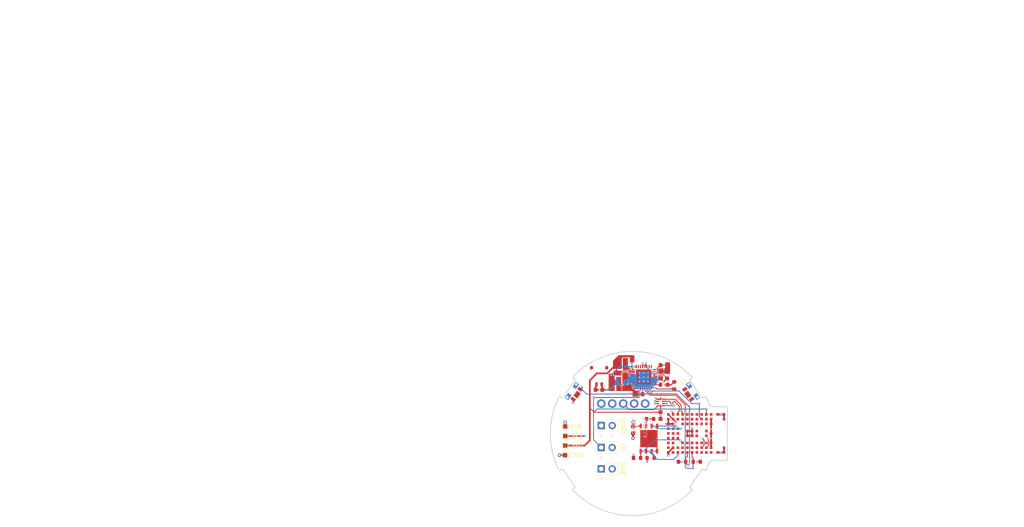
<source format=kicad_pcb>
(kicad_pcb (version 20221018) (generator pcbnew)
  (title_block (title "ZSWatch v2") (date "2023-08-19") (rev "3") (company "github.com/jakkra/ZSWatch-HW"))
  (layers (0 "F.Cu" signal) (1 "In1.Cu" power "Layer2") (2 "In2.Cu" power "Layer3") (31 "B.Cu" signal) (34 "B.Paste" user) (35 "F.Paste" user) (36 "B.SilkS" user "B.Silkscreen") (37 "F.SilkS" user "F.Silkscreen") (38 "B.Mask" user) (39 "F.Mask" user) (44 "Edge.Cuts" user))
  (net 0 "")
  (net 1 "VBUS")
  (net 2 "GND")
  (net 3 "+1V8")
  (net 4 "FLASH_CS")
  (net 5 "FLASH_SO")
  (net 6 "FLASH_SI")
  (net 7 "+3V0")
  (net 8 "Net-(IC1-VBAT)")
  (net 9 "FLASH_CLK")
  (net 11 "Net-(IC1-VBUSOUT)")
  (net 12 "Net-(IC1-SW1)")
  (net 13 "Net-(IC1-SW2)")
  (net 34 "VSYS")
  (net 43 "MCU_D_P")
  (net 47 "MCU_D_N")
  (net 59 "MCU_SWDIO")
  (net 61 "MCU_SWDCLK")
  (net 67 "SDA")
  (net 68 "SCL")
  (net 70 "Net-(IC1-VSET2)")
  (net 71 "Net-(IC1-VSET1)")
  (net 77 "Net-(IC1-LSOUT1{slash}VOUTLDO1)")
  (net 79 "SEL_SWD")
  (net 80 "D+{slash}SWDCLK")
  (net 81 "D-{slash}SWDIO")
  (net 84 "Net-(IC3-~{WP(I}{slash}O2))")
  (net 85 "Net-(IC3-~{HOLD(I}{slash}O3))")
  (net 86 "Net-(X3-Pin_1)")
  (net 87 "BTN")
  (net 88 "INT")
  (footprint "Molex:78171-0002" (layer "F.Cu") (at 151.65 99.4 180)
    (fp_text reference "X3" hide)
    (fp_text value "VBAT" hide)
  )
  (footprint "Resistor_SMD:R_0603_1608Metric" (layer "F.Cu") (at 163.449 109.347 180)
    (fp_text reference "R7" hide)
    (fp_text value "100k" hide)
  )
  (footprint "TestPoint:TestPoint_Pad_1.0x1.0mm" (layer "F.Cu") (at 143.8 115.5)
    (fp_text reference "TP2" hide)
    (fp_text value "3V0")
  )
  (footprint "Capacitor_SMD:C_0603_1608Metric" (layer "F.Cu") (at 158.496 95.758 180)
    (fp_text reference "C8" hide)
    (fp_text value "10u" hide)
  )
  (footprint "Capacitor_SMD:C_0603_1608Metric" (layer "F.Cu") (at 157.665 98.298 90)
    (fp_text reference "C5" hide)
    (fp_text value "10u" hide)
  )
  (footprint "Capacitor_SMD:C_0603_1608Metric" (layer "F.Cu") (at 159.512 111.887 -90)
    (fp_text reference "C11" hide)
    (fp_text value "100n" hide)
  )
  (footprint "Resistor_SMD:R_0603_1608Metric" (layer "F.Cu") (at 160.441 118.364)
    (fp_text reference "R6" hide)
    (fp_text value "100k" hide)
  )
  (footprint "Package_DFN_QFN:QFN-32-1EP_5x5mm_P0.5mm_EP3.6x3.6mm_ThermalVias" (layer "F.Cu") (at 161.978 99.684)
    (fp_text reference "IC1" hide)
    (fp_text value "nPM1300-QEXX" hide)
  )
  (footprint "Capacitor_SMD:C_0603_1608Metric" (layer "F.Cu") (at 160.953 103.632 180)
    (fp_text reference "C3" hide)
    (fp_text value "100n" hide)
  )
  (footprint "E-Switch:TL6340AF160Q_Modified" (layer "F.Cu") (at 145.37817 102.882285 -125)
    (fp_text reference "S1" hide)
    (fp_text value "TL6340AF160Q" hide)
  )
  (footprint "Capacitor_SMD:C_0603_1608Metric" (layer "F.Cu") (at 151.6 102.6 180)
    (fp_text reference "C1" hide)
    (fp_text value "2u2" hide)
  )
  (footprint "Capacitor_SMD:C_0603_1608Metric" (layer "F.Cu") (at 165.862 108.572 -90)
    (fp_text reference "C4" hide)
    (fp_text value "100n" hide)
  )
  (footprint "Inductor_SMD_Kampi:L_0806_2016" (layer "F.Cu") (at 155.379 100.565)
    (fp_text reference "L1" hide)
    (fp_text value "2u2" hide)
  )
  (footprint "Inductor_SMD_Kampi:L_0806_2016" (layer "F.Cu") (at 155.956 97.917 -90)
    (fp_text reference "L2" hide)
    (fp_text value "2u2" hide)
  )
  (footprint "TestPoint:TestPoint_Pad_1.0x1.0mm" (layer "F.Cu") (at 143.8 113.3)
    (fp_text reference "TP1" hide)
    (fp_text value "3V3")
  )
  (footprint "Capacitor_SMD:C_0603_1608Metric" (layer "F.Cu") (at 157.665 101.327 -90)
    (fp_text reference "C7" hide)
    (fp_text value "10u" hide)
  )
  (footprint "Connector_PinHeader_2.54mm:PinHeader_1x02_P2.54mm_Vertical" (layer "F.Cu") (at 152.146 115.951 90)
    (fp_text reference "X2" hide)
    (fp_text value "INT")
  )
  (footprint "Resistor_SMD:R_0603_1608Metric" (layer "F.Cu") (at 163.576 118.364 180)
    (fp_text reference "R5" hide)
    (fp_text value "100k" hide)
  )
  (footprint "E-Switch:TL6340AF160Q_Modified" (layer "F.Cu") (at 173.355 102.87 125)
    (fp_text reference "S2")
    (fp_text value "TL6340AF160Q" hide)
  )
  (footprint "TestPoint:TestPoint_Pad_1.0x1.0mm" (layer "F.Cu") (at 143.8 111.1)
    (fp_text reference "TP3" hide)
    (fp_text value "1V8")
  )
  (footprint "TestPoint:TestPoint_Pad_1.0x1.0mm" (layer "F.Cu") (at 143.764 117.729)
    (fp_text reference "TP4" hide)
    (fp_text value "GND")
  )
  (footprint "Package_DFN_QFN:DFN-8-1EP_6x5mm_P1.27mm_EP4x4mm" (layer "F.Cu") (at 163.171 113.898 90)
    (fp_text reference "IC3" hide)
    (fp_text value "AT25SL128A" hide)
  )
  (footprint "Capacitor_SMD:C_0603_1608Metric" (layer "F.Cu") (at 167.386 99.187 90)
    (fp_text reference "C2" hide)
    (fp_text value "1u" hide)
  )
  (footprint "Resistor_SMD:R_0603_1608Metric" (layer "F.Cu") (at 169.037 101.6 -90)
    (fp_text reference "R4" hide)
    (fp_text value "47k" hide)
  )
  (footprint "Connector_PinHeader_2.54mm:PinHeader_1x02_P2.54mm_Vertical" (layer "F.Cu") (at 152.146 120.904 90)
    (fp_text reference "X5" hide)
    (fp_text value "3V3")
  )
  (footprint "Capacitor_SMD:C_0603_1608Metric" (layer "F.Cu") (at 165.862 99.187 90)
    (fp_text reference "C9" hide)
    (fp_text value "10u" hide)
  )
  (footprint "Connector_PinHeader_2.54mm:PinHeader_1x02_P2.54mm_Vertical" (layer "F.Cu") (at 152.146 110.871 90)
    (fp_text reference "X4" hide)
    (fp_text value "VBUS")
  )
  (footprint "Resistor_SMD:R_0603_1608Metric" (layer "F.Cu") (at 166.682 101.434 180)
    (fp_text reference "R3" hide)
    (fp_text value "150k" hide)
  )
  (footprint "Resistor_SMD:R_0603_1608Metric" (layer "F.Cu") (at 170.815 119.253 180)
    (fp_text reference "R1" hide)
    (fp_text value "1k8" hide)
  )
  (footprint "Capacitor_SMD:C_0603_1608Metric" (layer "F.Cu") (at 155.379 102.343)
    (fp_text reference "C6" hide)
    (fp_text value "10u" hide)
  )
  (footprint "Resistor_SMD:R_0603_1608Metric" (layer "F.Cu") (at 174.244 119.253)
    (fp_text reference "R2" hide)
    (fp_text value "1k8" hide)
  )
  (footprint "uBlox:NORA-B106" (layer "F.Cu") (at 174.568598 112.797802)
    (fp_text reference "M1" hide)
    (fp_text value "NORA-B106" hide)
  )
  (footprint "Capacitor_SMD:C_0603_1608Metric" (layer "F.Cu") (at 166.624 96.901)
    (fp_text reference "C10" hide)
    (fp_text value "1u" hide)
  )
  (footprint "Package_QFN:UQFN-10_1.55x2.05mm_P0.5mm" (layer "F.Cu") (at 165.862 105.524 180)
    (fp_text reference "IC2" hide)
    (fp_text value "TS3USB221A" hide)
  )
  (footprint "Pomagtor:RD90_LZH0230529-004_DJ-5PIN_PH2_54" (layer "B.Cu") (at 157.226 105.791 180)
    (fp_text reference "X1" hide)
    (fp_text value "DOCK" hide)
  )
  (footprint "Resistor_SMD:R_0805_2012Metric_Pad1.20x1.40mm_HandSolder" (layer "B.Cu") (at 156.8196 100.8888 180)
    (fp_text reference "R8" hide)
    (fp_text value "0R" hide)
  )
  (gr_line (start 145.741026 99.974814) (end 145.645419 99.90787) (stroke (width 0.2)) (layer "Edge.Cuts"))
  (gr_arc (start 176.095865 104.208412) (mid 176.26006 104.178436) (end 176.389789 104.283447) (stroke (width 0.2)) (layer "Edge.Cuts"))
  (gr_line (start 172.71802 100.530772) (end 175.385158 104.339824) (stroke (width 0.2)) (layer "Edge.Cuts"))
  (gr_line (start 175.802976 104.413496) (end 176.000259 104.275357) (stroke (width 0.2)) (layer "Edge.Cuts"))
  (gr_arc (start 142.340211 104.283447) (mid 142.469948 104.178457) (end 142.634135 104.208412) (stroke (width 0.2)) (layer "Edge.Cuts"))
  (gr_line (start 145.741026 125.463186) (end 145.938308 125.325047) (stroke (width 0.2)) (layer "Edge.Cuts"))
  (gr_line (start 142.729741 104.275357) (end 142.927024 104.413496) (stroke (width 0.2)) (layer "Edge.Cuts"))
  (gr_arc (start 172.791692 125.325047) (mid 172.668336 125.131394) (end 172.71802 124.907228) (stroke (width 0.2)) (layer "Edge.Cuts"))
  (gr_line (start 145.645419 125.53013) (end 145.741026 125.463186) (stroke (width 0.2)) (layer "Edge.Cuts"))
  (gr_arc (start 142.634135 121.229588) (mid 142.469948 121.259543) (end 142.340211 121.154553) (stroke (width 0.2)) (layer "Edge.Cuts"))
  (gr_line (start 172.791692 125.325047) (end 172.988974 125.463186) (stroke (width 0.2)) (layer "Edge.Cuts"))
  (gr_arc (start 173.114597 125.831992) (mid 159.365 131.719052) (end 145.615403 125.831992) (stroke (width 0.2)) (layer "Edge.Cuts"))
  (gr_arc (start 173.084581 125.53013) (mid 173.168928 125.674181) (end 173.114597 125.831992) (stroke (width 0.2)) (layer "Edge.Cuts"))
  (gr_arc (start 173.114597 99.606008) (mid 173.168864 99.763812) (end 173.084581 99.90787) (stroke (width 0.2)) (layer "Edge.Cuts"))
  (gr_arc (start 177.091149 119.559001) (mid 176.758774 120.364823) (end 176.389789 121.154553) (stroke (width 0.2)) (layer "Edge.Cuts"))
  (gr_arc (start 145.615403 99.606008) (mid 159.365 93.718948) (end 173.114597 99.606008) (stroke (width 0.2)) (layer "Edge.Cuts"))
  (gr_line (start 175.385158 121.098176) (end 172.71802 124.907228) (stroke (width 0.2)) (layer "Edge.Cuts"))
  (gr_line (start 172.988974 99.974814) (end 172.791692 100.112953) (stroke (width 0.2)) (layer "Edge.Cuts"))
  (gr_line (start 178.024102 106.519) (end 181.025011 106.519) (stroke (width 0.2)) (layer "Edge.Cuts"))
  (gr_arc (start 145.938308 100.112953) (mid 146.061677 100.306605) (end 146.01198 100.530772) (stroke (width 0.2)) (layer "Edge.Cuts"))
  (gr_arc (start 143.344842 104.339824) (mid 143.151191 104.463193) (end 142.927024 104.413496) (stroke (width 0.2)) (layer "Edge.Cuts"))
  (gr_arc (start 145.615403 125.831992) (mid 145.561116 125.67417) (end 145.645419 125.53013) (stroke (width 0.2)) (layer "Edge.Cuts"))
  (gr_line (start 146.01198 124.907228) (end 143.344842 121.098176) (stroke (width 0.2)) (layer "Edge.Cuts"))
  (gr_line (start 176.000259 121.162643) (end 175.802976 121.024504) (stroke (width 0.2)) (layer "Edge.Cuts"))
  (gr_arc (start 178.024102 106.519) (mid 177.458415 106.343622) (end 177.091149 105.878999) (stroke (width 0.2)) (layer "Edge.Cuts"))
  (gr_arc (start 142.340211 121.154553) (mid 140.364948 112.719) (end 142.340211 104.283447) (stroke (width 0.2)) (layer "Edge.Cuts"))
  (gr_arc (start 176.389789 121.154553) (mid 176.260057 121.259552) (end 176.095865 121.229588) (stroke (width 0.2)) (layer "Edge.Cuts"))
  (gr_arc (start 142.927024 121.024504) (mid 143.151191 120.974807) (end 143.344842 121.098176) (stroke (width 0.2)) (layer "Edge.Cuts"))
  (gr_line (start 143.344842 104.339824) (end 146.01198 100.530772) (stroke (width 0.2)) (layer "Edge.Cuts"))
  (gr_arc (start 146.01198 124.907228) (mid 146.061677 125.131395) (end 145.938308 125.325047) (stroke (width 0.2)) (layer "Edge.Cuts"))
  (gr_arc (start 181.325011 118.619) (mid 181.237144 118.831136) (end 181.025011 118.919) (stroke (width 0.2)) (layer "Edge.Cuts"))
  (gr_line (start 176.095865 121.229588) (end 176.000259 121.162643) (stroke (width 0.2)) (layer "Edge.Cuts"))
  (gr_line (start 142.729741 121.162643) (end 142.634135 121.229588) (stroke (width 0.2)) (layer "Edge.Cuts"))
  (gr_arc (start 175.802976 104.413496) (mid 175.578809 104.463203) (end 175.385158 104.339824) (stroke (width 0.2)) (layer "Edge.Cuts"))
  (gr_line (start 181.325011 106.819) (end 181.325011 118.619) (stroke (width 0.2)) (layer "Edge.Cuts"))
  (gr_line (start 142.927024 121.024504) (end 142.729741 121.162643) (stroke (width 0.2)) (layer "Edge.Cuts"))
  (gr_arc (start 176.389789 104.283447) (mid 176.758774 105.073177) (end 177.091149 105.878999) (stroke (width 0.2)) (layer "Edge.Cuts"))
  (gr_line (start 176.000259 104.275357) (end 176.095865 104.208412) (stroke (width 0.2)) (layer "Edge.Cuts"))
  (gr_line (start 181.025011 118.919) (end 178.024102 118.919) (stroke (width 0.2)) (layer "Edge.Cuts"))
  (gr_arc (start 177.091149 119.559001) (mid 177.458416 119.09438) (end 178.024102 118.919) (stroke (width 0.2)) (layer "Edge.Cuts"))
  (gr_line (start 173.084581 99.90787) (end 172.988974 99.974814) (stroke (width 0.2)) (layer "Edge.Cuts"))
  (gr_arc (start 181.025011 106.519) (mid 181.237136 106.606872) (end 181.325011 106.819) (stroke (width 0.2)) (layer "Edge.Cuts"))
  (gr_arc (start 145.645419 99.90787) (mid 145.561116 99.763829) (end 145.615403 99.606008) (stroke (width 0.2)) (layer "Edge.Cuts"))
  (gr_arc (start 175.385158 121.098176) (mid 175.578807 120.974789) (end 175.802976 121.024504) (stroke (width 0.2)) (layer "Edge.Cuts"))
  (gr_line (start 145.938308 100.112953) (end 145.741026 99.974814) (stroke (width 0.2)) (layer "Edge.Cuts"))
  (gr_line (start 142.634135 104.208412) (end 142.729741 104.275357) (stroke (width 0.2)) (layer "Edge.Cuts"))
  (gr_line (start 172.988974 125.463186) (end 173.084581 125.53013) (stroke (width 0.2)) (layer "Edge.Cuts"))
  (gr_arc (start 172.71802 100.530772) (mid 172.66833 100.306604) (end 172.791692 100.112953) (stroke (width 0.2)) (layer "Edge.Cuts"))
  (gr_text "SWDIO" (at 159.766 110.998 90) (layer "B.SilkS") (effects (font (size 0.8 0.8) (thickness 0.12)) (justify mirror)))
  (gr_text "SWDCLK" (at 162.306 111.506 90) (layer "B.SilkS") (effects (font (size 0.8 0.8) (thickness 0.12)) (justify mirror)))
  (gr_text "+" (at 152.146 118.237) (layer "F.SilkS") (effects (font (size 1 1) (thickness 0.2) bold)))
  (gr_text "-" (at 154.686 118.237) (layer "F.SilkS") (effects (font (size 1 1) (thickness 0.2) bold)))
  (gr_text "+" (at 152.146 123.19) (layer "F.SilkS") (effects (font (size 1 1) (thickness 0.2) bold)))
  (gr_text "+" (at 152.146 113.157) (layer "F.SilkS") (effects (font (size 1 1) (thickness 0.2) bold)))
  (gr_text "-" (at 154.686 113.157) (layer "F.SilkS") (effects (font (size 1 1) (thickness 0.2) bold)))
  (gr_text "-" (at 154.686 123.19) (layer "F.SilkS") (effects (font (size 1 1) (thickness 0.2) bold)))
  (segment (start 164.428 99.434) (end 165.1265 99.434) (width 0.2) (layer "F.Cu") (net 1))
  (segment (start 166.51286 100.83514) (end 167.386 99.962) (width 0.3) (layer "F.Cu") (net 1))
  (segment (start 165.1265 99.434) (end 165.3735 99.187) (width 0.2) (layer "F.Cu") (net 1))
  (segment (start 166.611 99.187) (end 167.386 99.962) (width 0.2) (layer "F.Cu") (net 1))
  (segment (start 166.500921 100.83514) (end 166.51286 100.83514) (width 0.3) (layer "F.Cu") (net 1))
  (segment (start 165.3735 99.187) (end 166.611 99.187) (width 0.2) (layer "F.Cu") (net 1))
  (via (at 166.500921 100.83514) (size 0.45) (drill 0.25) (layers "F.Cu" "B.Cu") (net 1))
  (segment (start 177.568603 110.518996) (end 177.568603 111.671941) (width 0.4) (layer "F.Cu") (net 2))
  (segment (start 151.05 101.75) (end 150.825 101.975) (width 0.4) (layer "F.Cu") (net 2))
  (segment (start 165.076 115.676) (end 163.298 113.898) (width 0.2) (layer "F.Cu") (net 2))
  (segment (start 180.5686 117.0978) (end 179.832 117.0978) (width 0.4) (layer "F.Cu") (net 2))
  (segment (start 172.065056 113.268998) (end 172.065056 112.169) (width 0.3) (layer "F.Cu") (net 2))
  (segment (start 159.512 113.792) (end 159.512 112.662) (width 0.4) (layer "F.Cu") (net 2))
  (segment (start 167.6686 117.0978) (end 167.6686 117.097799) (width 0.4) (layer "F.Cu") (net 2))
  (segment (start 168.378 101.434) (end 169.037 100.775) (width 0.3) (layer "F.Cu") (net 2))
  (segment (start 169.512401 110.141598) (end 168.7686 109.397797) (width 0.3) (layer "F.Cu") (net 2))
  (segment (start 143.764 117.729) (end 142.494 117.729) (width 0.4) (layer "F.Cu") (net 2))
  (segment (start 164.465 116.798) (end 165.076 116.798) (width 0.2) (layer "F.Cu") (net 2))
  (segment (start 177.568603 111.671941) (end 177.568603 114.897799) (width 0.4) (layer "F.Cu") (net 2))
  (segment (start 165.862 108.5965) (end 165.862 109.347) (width 0.2) (layer "F.Cu") (net 2))
  (segment (start 179.832 108.2978) (end 180.5686 108.2978) (width 0.4) (layer "F.Cu") (net 2))
  (segment (start 167.6686 117.0978) (end 167.6686 117.856) (width 0.4) (layer "F.Cu") (net 2))
  (segment (start 164.972346 104.774) (end 165.262 104.774) (width 0.2) (layer "F.Cu") (net 2))
  (segment (start 177.568603 110.518996) (end 177.568603 109.418995) (width 0.4) (layer "F.Cu") (net 2))
  (segment (start 167.507 101.434) (end 168.378 101.434) (width 0.3) (layer "F.Cu") (net 2))
  (segment (start 172.065056 112.169) (end 173.165056 112.169) (width 0.3) (layer "F.Cu") (net 2))
  (segment (start 165.262 104.774) (end 165.762 104.774) (width 0.2) (layer "F.Cu") (net 2))
  (segment (start 180.5686 115.997802) (end 180.5686 117.0978) (width 0.4) (layer "F.Cu") (net 2))
  (segment (start 167.6686 117.097799) (end 168.7686 115.997799) (width 0.4) (layer "F.Cu") (net 2))
  (segment (start 165.762 104.774) (end 165.862 104.674) (width 0.2) (layer "F.Cu") (net 2))
  (segment (start 164.719173 104.520827) (end 164.972346 104.774) (width 0.2) (layer "F.Cu") (net 2))
  (segment (start 150.825 101.975) (end 150.825 102.6) (width 0.4) (layer "F.Cu") (net 2))
  (segment (start 151.05 101.275) (end 151.05 101.75) (width 0.4) (layer "F.Cu") (net 2))
  (segment (start 169.512401 110.141599) (end 169.512401 110.141598) (width 0.3) (layer "F.Cu") (net 2))
  (segment (start 172.065056 113.268998) (end 173.165056 113.268998) (width 0.3) (layer "F.Cu") (net 2))
  (segment (start 173.165056 113.268998) (end 173.165056 112.169) (width 0.3) (layer "F.Cu") (net 2))
  (segment (start 177.568603 114.918997) (end 177.568603 116.018997) (width 0.4) (layer "F.Cu") (net 2))
  (segment (start 173.1686 111.506) (end 173.1686 112.147802) (width 0.2) (layer "F.Cu") (net 2))
  (segment (start 179.0686 108.2978) (end 179.832 108.2978) (width 0.4) (layer "F.Cu") (net 2))
  (segment (start 180.565056 109.418998) (end 180.565056 108.318998) (width 0.4) (layer "F.Cu") (net 2))
  (segment (start 167.507 101.434) (end 166.878 101.434) (width 0.3) (layer "F.Cu") (net 2))
  (segment (start 167.6686 108.322539) (end 168.765056 109.418995) (width 0.3) (layer "F.Cu") (net 2))
  (segment (start 165.076 116.798) (end 165.076 115.676) (width 0.2) (layer "F.Cu") (net 2))
  (segment (start 145.640061 104.774747) (end 145.640061 105.664) (width 0.2) (layer "F.Cu") (net 2))
  (segment (start 150.825 102.6) (end 151.5755 102.6) (width 0.4) (layer "F.Cu") (net 2))
  (segment (start 167.6686 108.297797) (end 167.6686 108.322539) (width 0.2) (layer "F.Cu") (net 2))
  (segment (start 179.0686 117.0978) (end 179.832 117.0978) (width 0.4) (layer "F.Cu") (net 2))
  (via (at 164.719173 104.520827) (size 0.45) (drill 0.25) (layers "F.Cu" "B.Cu") (net 2))
  (via (at 156.903 102.489) (size 0.45) (drill 0.25) (layers "F.Cu" "B.Cu") (net 2))
  (via (at 167.6686 117.856) (size 0.45) (drill 0.25) (layers "F.Cu" "B.Cu") (net 2))
  (via (at 166.624 97.917) (size 0.45) (drill 0.25) (layers "F.Cu" "B.Cu") (net 2))
  (via (at 177.568603 111.671941) (size 0.45) (drill 0.25) (layers "F.Cu" "B.Cu") (net 2))
  (via (at 142.494 117.729) (size 0.8) (drill 0.4) (layers "F.Cu" "B.Cu") (net 2))
  (via (at 164.465 116.798) (size 0.45) (drill 0.25) (layers "F.Cu" "B.Cu") (net 2))
  (via (at 151.5755 102.6) (size 0.45) (drill 0.25) (layers "F.Cu" "B.Cu") (net 2))
  (via (at 159.512 113.792) (size 0.8) (drill 0.4) (layers "F.Cu" "B.Cu") (net 2))
  (via (at 179.832 108.2978) (size 0.45) (drill 0.25) (layers "F.Cu" "B.Cu") (net 2))
  (via (at 165.862 108.5965) (size 0.45) (drill 0.25) (layers "F.Cu" "B.Cu") (net 2))
  (via (at 145.640061 105.664) (size 0.45) (drill 0.25) (layers "F.Cu" "B.Cu") (net 2))
  (via (at 158.496 97.917) (size 0.45) (drill 0.25) (layers "F.Cu" "B.Cu") (net 2))
  (via (at 177.568603 113.792) (size 0.45) (drill 0.25) (layers "F.Cu" "B.Cu") (net 2))
  (via (at 169.512401 110.141599) (size 0.45) (drill 0.25) (layers "F.Cu" "B.Cu") (net 2))
  (via (at 173.1686 111.506) (size 0.45) (drill 0.25) (layers "F.Cu" "B.Cu") (net 2))
  (via (at 166.624 98.679) (size 0.45) (drill 0.25) (layers "F.Cu" "B.Cu") (net 2))
  (via (at 166.878 101.434) (size 0.45) (drill 0.25) (layers "F.Cu" "B.Cu") (net 2))
  (via (at 179.832 117.0978) (size 0.45) (drill 0.25) (layers "F.Cu" "B.Cu") (net 2))
  (via (at 156.903 101.981) (size 0.45) (drill 0.25) (layers "F.Cu" "B.Cu") (net 2))
  (segment (start 167.6686 109.397797) (end 167.6686 110.497798) (width 0.4) (layer "F.Cu") (net 3))
  (segment (start 159.512 110.109) (end 159.512 111.112) (width 0.4) (layer "F.Cu") (net 3))
  (segment (start 160.782 110.998) (end 160.668 111.112) (width 0.2) (layer "F.Cu") (net 3))
  (segment (start 175.069 119.253) (end 174.371 119.253) (width 0.2) (layer "F.Cu") (net 3))
  (segment (start 167.132 110.497798) (end 167.6686 110.497798) (width 0.4) (layer "F.Cu") (net 3))
  (segment (start 159.616 118.364) (end 159.616 117.602) (width 0.2) (layer "F.Cu") (net 3))
  (segment (start 159.697 97.234) (end 160.228 97.234) (width 0.3) (layer "F.Cu") (net 3))
  (segment (start 161.728 102.87) (end 161.728 103.632) (width 0.2) (layer "F.Cu") (net 3))
  (segment (start 162.751 119.253) (end 162.751 118.364) (width 0.2) (layer "F.Cu") (net 3))
  (segment (start 143.8 110.1) (end 143.8 111.1) (width 0.4) (layer "F.Cu") (net 3))
  (segment (start 169.99 119.253) (end 170.688 119.253) (width 0.2) (layer "F.Cu") (net 3))
  (segment (start 161.393 110.998) (end 160.782 110.998) (width 0.2) (layer "F.Cu") (net 3))
  (segment (start 161.728 102.134) (end 161.728 102.87) (width 0.2) (layer "F.Cu") (net 3))
  (segment (start 164.274 109.347) (end 163.449 109.347) (width 0.2) (layer "F.Cu") (net 3))
  (segment (start 168.7686 110.497798) (end 167.6686 110.497798) (width 0.4) (layer "F.Cu") (net 3))
  (segment (start 160.668 111.112) (end 159.512 111.112) (width 0.2) (layer "F.Cu") (net 3))
  (via (at 167.132 110.497798) (size 0.45) (drill 0.25) (layers "F.Cu" "B.Cu") (net 3))
  (via (at 159.697 97.234) (size 0.45) (drill 0.25) (layers "F.Cu" "B.Cu") (net 3))
  (via (at 159.512 110.109) (size 0.8) (drill 0.4) (layers "F.Cu" "B.Cu") (net 3))
  (via (at 154.444 99.232) (size 0.45) (drill 0.25) (layers "F.Cu" "B.Cu") (net 3))
  (via (at 170.688 119.253) (size 0.45) (drill 0.25) (layers "F.Cu" "B.Cu") (net 3))
  (via (at 161.728 102.87) (size 0.45) (drill 0.25) (layers "F.Cu" "B.Cu") (net 3))
  (via (at 143.8 110.1) (size 0.8) (drill 0.4) (layers "F.Cu" "B.Cu") (net 3))
  (via (at 159.616 117.602) (size 0.45) (drill 0.25) (layers "F.Cu" "B.Cu") (net 3))
  (via (at 163.449 109.347) (size 0.45) (drill 0.25) (layers "F.Cu" "B.Cu") (net 3))
  (via (at 174.371 119.253) (size 0.45) (drill 0.25) (layers "F.Cu" "B.Cu") (net 3))
  (via (at 162.751 119.253) (size 0.45) (drill 0.25) (layers "F.Cu" "B.Cu") (net 3))
  (segment (start 159.697 97.234) (end 159.695 97.232) (width 0.3) (layer "B.Cu") (net 3))
  (segment (start 156.444 97.232) (end 154.444 99.232) (width 0.3) (layer "B.Cu") (net 3))
  (segment (start 159.695 97.232) (end 156.444 97.232) (width 0.3) (layer "B.Cu") (net 3))
  (segment (start 161.266 116.798) (end 161.266 118.364) (width 0.2) (layer "F.Cu") (net 4))
  (segment (start 161.911498 116.798) (end 161.266 116.798) (width 0.2) (layer "F.Cu") (net 4))
  (segment (start 170.466495 114.324757) (end 170.9686 114.826862) (width 0.2) (layer "F.Cu") (net 4))
  (segment (start 170.9686 114.826862) (end 170.9686 114.897799) (width 0.2) (layer "F.Cu") (net 4))
  (via (at 161.911498 116.798) (size 0.45) (drill 0.25) (layers "F.Cu" "B.Cu") (net 4))
  (via (at 170.466495 114.324757) (size 0.45) (drill 0.25) (layers "F.Cu" "B.Cu") (net 4))
  (segment (start 170.314738 114.173) (end 170.466495 114.324757) (width 0.2) (layer "B.Cu") (net 4))
  (segment (start 161.911498 116.798) (end 164.536498 114.173) (width 0.2) (layer "B.Cu") (net 4))
  (segment (start 164.536498 114.173) (end 170.314738 114.173) (width 0.2) (layer "B.Cu") (net 4))
  (segment (start 169.8686 117.729) (end 169.8686 117.134254) (width 0.2) (layer "F.Cu") (net 5))
  (segment (start 163.181498 116.798) (end 162.536 116.798) (width 0.2) (layer "F.Cu") (net 5))
  (via (at 163.181498 116.798) (size 0.45) (drill 0.25) (layers "F.Cu" "B.Cu") (net 5))
  (via (at 169.8686 117.729) (size 0.45) (drill 0.25) (layers "F.Cu" "B.Cu") (net 5))
  (segment (start 168.8856 118.712) (end 165.095498 118.712) (width 0.2) (layer "B.Cu") (net 5))
  (segment (start 165.095498 118.712) (end 163.181498 116.798) (width 0.2) (layer "B.Cu") (net 5))
  (segment (start 169.8686 117.729) (end 168.8856 118.712) (width 0.2) (layer "B.Cu") (net 5))
  (segment (start 165.203 110.998) (end 165.735 110.998) (width 0.2) (layer "F.Cu") (net 6))
  (segment (start 169.441946 110.924452) (end 168.7686 111.597798) (width 0.2) (layer "F.Cu") (net 6))
  (via (at 169.441946 110.924452) (size 0.45) (drill 0.25) (layers "F.Cu" "B.Cu") (net 6))
  (via (at 165.735 110.998) (size 0.45) (drill 0.25) (layers "F.Cu" "B.Cu") (net 6))
  (segment (start 169.368398 110.998) (end 165.735 110.998) (width 0.2) (layer "B.Cu") (net 6))
  (segment (start 169.441946 110.924452) (end 169.368398 110.998) (width 0.2) (layer "B.Cu") (net 6))
  (segment (start 148.3 115.5) (end 149.5 114.3) (width 0.4) (layer "F.Cu") (net 7))
  (segment (start 159.528 97.934) (end 159.247 97.653) (width 0.2) (layer "F.Cu") (net 7))
  (segment (start 165.862 106.374) (end 165.862 107.797) (width 0.2) (layer "F.Cu") (net 7))
  (segment (start 153.533 98.8) (end 155.216 97.117) (width 0.4) (layer "F.Cu") (net 7))
  (segment (start 150.49 107.797) (end 149.5 106.807) (width 0.2) (layer "F.Cu") (net 7))
  (segment (start 149.5 106.807) (end 149.5 100.436) (width 0.4) (layer "F.Cu") (net 7))
  (segment (start 143.8 115.5) (end 148.3 115.5) (width 0.4) (layer "F.Cu") (net 7))
  (segment (start 149.5 114.3) (end 149.5 106.807) (width 0.4) (layer "F.Cu") (net 7))
  (segment (start 151.136 98.8) (end 153.533 98.8) (width 0.4) (layer "F.Cu") (net 7))
  (segment (start 159.247 95.782) (end 159.271 95.758) (width 0.2) (layer "F.Cu") (net 7))
  (segment (start 149.5 100.436) (end 151.136 98.8) (width 0.4) (layer "F.Cu") (net 7))
  (segment (start 155.216 97.117) (end 155.956 97.117) (width 0.4) (layer "F.Cu") (net 7))
  (segment (start 159.247 97.653) (end 159.247 95.782) (width 0.2) (layer "F.Cu") (net 7))
  (segment (start 165.862 107.797) (end 150.49 107.797) (width 0.2) (layer "F.Cu") (net 7))
  (segment (start 164.934 100.434) (end 164.428 100.434) (width 0.3) (layer "F.Cu") (net 8))
  (segment (start 165.2 100.7) (end 164.934 100.434) (width 0.3) (layer "F.Cu") (net 8))
  (via (at 165.2 100.7) (size 0.45) (drill 0.25) (layers "F.Cu" "B.Cu") (net 8))
  (segment (start 157.8196 100.8888) (end 158.5468 100.8888) (width 0.3) (layer "B.Cu") (net 8))
  (segment (start 159.893 102.235) (end 163.665 102.235) (width 0.3) (layer "B.Cu") (net 8))
  (segment (start 163.665 102.235) (end 165.2 100.7) (width 0.3) (layer "B.Cu") (net 8))
  (segment (start 158.5468 100.8888) (end 159.893 102.235) (width 0.3) (layer "B.Cu") (net 8))
  (segment (start 170.596202 111.597798) (end 169.8686 111.597798) (width 0.2) (layer "F.Cu") (net 9))
  (segment (start 164.451498 110.998) (end 163.933 110.998) (width 0.2) (layer "F.Cu") (net 9))
  (via (at 164.451498 110.998) (size 0.45) (drill 0.25) (layers "F.Cu" "B.Cu") (net 9))
  (via (at 170.596202 111.597798) (size 0.45) (drill 0.25) (layers "F.Cu" "B.Cu") (net 9))
  (segment (start 165.051296 111.597798) (end 164.451498 110.998) (width 0.2) (layer "B.Cu") (net 9))
  (segment (start 170.596202 111.597798) (end 165.051296 111.597798) (width 0.2) (layer "B.Cu") (net 9))
  (segment (start 166.5995 96.901) (end 165.849 96.901) (width 0.2) (layer "F.Cu") (net 11))
  (segment (start 165.849 96.901) (end 165.1 97.65) (width 0.2) (layer "F.Cu") (net 11))
  (segment (start 168.402 107.569) (end 168.7686 107.9356) (width 0.2) (layer "F.Cu") (net 11))
  (segment (start 168.7686 107.9356) (end 168.7686 108.297797) (width 0.2) (layer "F.Cu") (net 11))
  (segment (start 165.1 98.718) (end 164.884 98.934) (width 0.2) (layer "F.Cu") (net 11))
  (segment (start 165.1 97.65) (end 165.1 98.718) (width 0.2) (layer "F.Cu") (net 11))
  (segment (start 164.884 98.934) (end 164.428 98.934) (width 0.2) (layer "F.Cu") (net 11))
  (via (at 166.5995 96.901) (size 0.45) (drill 0.25) (layers "F.Cu" "B.Cu") (net 11))
  (via (at 168.402 107.569) (size 0.45) (drill 0.25) (layers "F.Cu" "B.Cu") (net 11))
  (segment (start 158.752 98.934) (end 159.528 98.934) (width 0.2) (layer "F.Cu") (net 12))
  (segment (start 156.375 98.298) (end 158.116 98.298) (width 0.2) (layer "F.Cu") (net 12))
  (segment (start 155.956 98.717) (end 156.375 98.298) (width 0.2) (layer "F.Cu") (net 12))
  (segment (start 158.116 98.298) (end 158.752 98.934) (width 0.2) (layer "F.Cu") (net 12))
  (segment (start 158.173 101.327) (end 156.395 101.327) (width 0.2) (layer "F.Cu") (net 13))
  (segment (start 156.395 101.327) (end 156.179 101.111) (width 0.2) (layer "F.Cu") (net 13))
  (segment (start 158.892 99.934) (end 158.369 100.457) (width 0.2) (layer "F.Cu") (net 13))
  (segment (start 159.528 99.934) (end 158.892 99.934) (width 0.2) (layer "F.Cu") (net 13))
  (segment (start 158.369 100.457) (end 158.369 101.131) (width 0.2) (layer "F.Cu") (net 13))
  (segment (start 156.179 101.111) (end 156.179 100.565) (width 0.2) (layer "F.Cu") (net 13))
  (segment (start 158.369 101.131) (end 158.173 101.327) (width 0.2) (layer "F.Cu") (net 13))
  (segment (start 162.505042 96.517029) (end 162.228 96.794071) (width 0.2) (layer "F.Cu") (net 34))
  (segment (start 166.17 99.934) (end 165.89 99.934) (width 0.2) (layer "F.Cu") (net 34))
  (segment (start 162.228 96.794071) (end 162.228 97.234) (width 0.2) (layer "F.Cu") (net 34))
  (segment (start 165.89 99.934) (end 165.862 99.962) (width 0.2) (layer "F.Cu") (net 34))
  (via (at 158.681 99.422) (size 0.45) (drill 0.25) (layers "F.Cu" "B.Cu") (net 34))
  (via (at 162.505042 96.517029) (size 0.45) (drill 0.25) (layers "F.Cu" "B.Cu") (net 34))
  (via (at 165.158 99.93) (size 0.45) (drill 0.25) (layers "F.Cu" "B.Cu") (net 34))
  (segment (start 162.505042 96.517029) (end 162.505042 97.277042) (width 0.2) (layer "B.Cu") (net 34))
  (segment (start 162.505042 97.277042) (end 165.158 99.93) (width 0.2) (layer "B.Cu") (net 34))
  (segment (start 166.922001 105.249) (end 167.8658 105.249) (width 0.2) (layer "F.Cu") (net 43))
  (segment (start 166.462 105.274) (end 166.897001 105.274) (width 0.2) (layer "F.Cu") (net 43))
  (segment (start 169.0658 105.249) (end 170.1936 106.3768) (width 0.2) (layer "F.Cu") (net 43))
  (segment (start 168.7658 105.574158) (end 168.7658 105.549) (width 0.2) (layer "F.Cu") (net 43))
  (segment (start 166.897001 105.274) (end 166.922001 105.249) (width 0.2) (layer "F.Cu") (net 43))
  (segment (start 170.1936 107.522796) (end 169.8686 107.847796) (width 0.2) (layer "F.Cu") (net 43))
  (segment (start 170.1936 106.3768) (end 170.1936 107.522796) (width 0.2) (layer "F.Cu") (net 43))
  (segment (start 169.8686 107.847796) (end 169.8686 108.297797) (width 0.2) (layer "F.Cu") (net 43))
  (segment (start 168.1658 105.549) (end 168.1658 105.574158) (width 0.2) (layer "F.Cu") (net 43))
  (arc (start 168.7658 105.549) (mid 168.853668 105.336868) (end 169.0658 105.249) (width 0.2) (layer "F.Cu") (net 43))
  (arc (start 168.4658 105.874158) (mid 168.677932 105.78629) (end 168.7658 105.574158) (width 0.2) (layer "F.Cu") (net 43))
  (arc (start 167.8658 105.249) (mid 168.077932 105.336868) (end 168.1658 105.549) (width 0.2) (layer "F.Cu") (net 43))
  (arc (start 168.1658 105.574158) (mid 168.253668 105.78629) (end 168.4658 105.874158) (width 0.2) (layer "F.Cu") (net 43))
  (segment (start 170.9686 107.847796) (end 170.9686 108.297797) (width 0.2) (layer "F.Cu") (net 47))
  (segment (start 166.897001 104.774) (end 166.462 104.774) (width 0.2) (layer "F.Cu") (net 47))
  (segment (start 169.2522 104.799) (end 166.922001 104.799) (width 0.2) (layer "F.Cu") (net 47))
  (segment (start 170.6436 107.522796) (end 170.6436 106.1904) (width 0.2) (layer "F.Cu") (net 47))
  (segment (start 170.6436 106.1904) (end 169.2522 104.799) (width 0.2) (layer "F.Cu") (net 47))
  (segment (start 170.9686 107.847796) (end 170.6436 107.522796) (width 0.2) (layer "F.Cu") (net 47))
  (segment (start 166.922001 104.799) (end 166.897001 104.774) (width 0.2) (layer "F.Cu") (net 47))
  (segment (start 175.918603 115.465453) (end 175.365059 116.018997) (width 0.2) (layer "F.Cu") (net 59))
  (segment (start 175.918603 114.196603) (end 175.918603 115.465453) (width 0.2) (layer "F.Cu") (net 59))
  (segment (start 175.641 113.919) (end 175.918603 114.196603) (width 0.2) (layer "F.Cu") (net 59))
  (segment (start 167.369 105.774) (end 166.462 105.774) (width 0.2) (layer "F.Cu") (net 59))
  (via (at 167.369 105.774) (size 0.45) (drill 0.25) (layers "F.Cu" "B.Cu") (net 59))
  (via (at 175.641 113.919) (size 0.45) (drill 0.25) (layers "F.Cu" "B.Cu") (net 59))
  (segment (start 177.018603 114.455402) (end 177.018603 115.465453) (width 0.2) (layer "F.Cu") (net 61))
  (segment (start 176.911 114.347799) (end 177.018603 114.455402) (width 0.2) (layer "F.Cu") (net 61))
  (segment (start 168.91 106.274) (end 166.462 106.274) (width 0.2) (layer "F.Cu") (net 61))
  (segment (start 176.911 113.919) (end 176.911 114.347799) (width 0.2) (layer "F.Cu") (net 61))
  (segment (start 177.018603 115.465453) (end 176.465059 116.018997) (width 0.2) (layer "F.Cu") (net 61))
  (via (at 168.91 106.274) (size 0.45) (drill 0.25) (layers "F.Cu" "B.Cu") (net 61))
  (via (at 176.911 113.919) (size 0.45) (drill 0.25) (layers "F.Cu" "B.Cu") (net 61))
  (segment (start 169.418 103.886) (end 163.449 103.886) (width 0.2) (layer "F.Cu") (net 67))
  (segment (start 173.168602 117.0978) (end 173.168602 118.177602) (width 0.2) (layer "F.Cu") (net 67))
  (segment (start 171.577 106.045) (end 169.418 103.886) (width 0.2) (layer "F.Cu") (net 67))
  (segment (start 173.419 118.428) (end 173.419 119.253) (width 0.2) (layer "F.Cu") (net 67))
  (segment (start 162.228 102.665) (end 162.228 102.134) (width 0.2) (layer "F.Cu") (net 67))
  (segment (start 173.419 119.253) (end 173.419 120.713) (width 0.2) (layer "F.Cu") (net 67))
  (segment (start 173.419 120.713) (end 173.355 120.777) (width 0.2) (layer "F.Cu") (net 67))
  (segment (start 163.449 103.886) (end 162.228 102.665) (width 0.2) (layer "F.Cu") (net 67))
  (segment (start 171.577 107.696) (end 171.577 106.045) (width 0.2) (layer "F.Cu") (net 67))
  (segment (start 173.168602 118.177602) (end 173.419 118.428) (width 0.2) (layer "F.Cu") (net 67))
  (via (at 173.419 120.777) (size 0.45) (drill 0.25) (layers "F.Cu" "B.Cu") (net 67))
  (via (at 171.577 107.696) (size 0.45) (drill 0.25) (layers "F.Cu" "B.Cu") (net 67))
  (segment (start 171.577 120.523) (end 171.831 120.777) (width 0.2) (layer "B.Cu") (net 67))
  (segment (start 171.577 107.696) (end 171.577 120.523) (width 0.2) (layer "B.Cu") (net 67))
  (segment (start 171.831 120.777) (end 173.419 120.777) (width 0.2) (layer "B.Cu") (net 67))
  (segment (start 171.64 118.428) (end 171.64 119.253) (width 0.2) (layer "F.Cu") (net 68))
  (segment (start 169.55262 103.561) (end 163.632 103.561) (width 0.2) (layer "F.Cu") (net 68))
  (segment (start 162.728 102.657) (end 162.728 102.134) (width 0.2) (layer "F.Cu") (net 68))
  (segment (start 172.068602 117.0978) (end 172.068602 117.999398) (width 0.2) (layer "F.Cu") (net 68))
  (segment (start 172.068602 117.999398) (end 171.64 118.428) (width 0.2) (layer "F.Cu") (net 68))
  (segment (start 171.64 119.57) (end 172.212 120.142) (width 0.2) (layer "F.Cu") (net 68))
  (segment (start 171.64 119.253) (end 171.64 119.57) (width 0.2) (layer "F.Cu") (net 68))
  (segment (start 172.593 107.696) (end 172.593 106.60138) (width 0.2) (layer "F.Cu") (net 68))
  (segment (start 163.632 103.561) (end 162.728 102.657) (width 0.2) (layer "F.Cu") (net 68))
  (segment (start 172.593 106.60138) (end 169.55262 103.561) (width 0.2) (layer "F.Cu") (net 68))
  (via (at 172.593 107.696) (size 0.45) (drill 0.25) (layers "F.Cu" "B.Cu") (net 68))
  (via (at 172.212 120.142) (size 0.45) (drill 0.25) (layers "F.Cu" "B.Cu") (net 68))
  (segment (start 172.593 119.761) (end 172.212 120.142) (width 0.2) (layer "B.Cu") (net 68))
  (segment (start 172.593 107.696) (end 172.593 119.761) (width 0.2) (layer "B.Cu") (net 68))
  (segment (start 164.745 102.134) (end 165.036 102.425) (width 0.2) (layer "F.Cu") (net 70))
  (segment (start 165.036 102.425) (end 169.037 102.425) (width 0.2) (layer "F.Cu") (net 70))
  (segment (start 163.728 102.134) (end 164.745 102.134) (width 0.2) (layer "F.Cu") (net 70))
  (segment (start 164.428 101.434) (end 165.857 101.434) (width 0.2) (layer "F.Cu") (net 71))
  (segment (start 161.728 97.234) (end 161.728 96.52) (width 0.3) (layer "F.Cu") (net 77))
  (segment (start 148.336 113.3) (end 143.8 113.3) (width 0.3) (layer "F.Cu") (net 77))
  (via (at 161.728 96.52) (size 0.45) (drill 0.25) (layers "F.Cu" "B.Cu") (net 77))
  (via (at 148.336 113.3) (size 0.45) (drill 0.25) (layers "F.Cu" "B.Cu") (net 77))
  (segment (start 158.623 107.188) (end 157.226 105.791) (width 0.2) (layer "F.Cu") (net 79))
  (segment (start 164.348 107.188) (end 158.623 107.188) (width 0.2) (layer "F.Cu") (net 79))
  (segment (start 165.262 106.274) (end 164.348 107.188) (width 0.2) (layer "F.Cu") (net 79))
  (segment (start 165.262 105.774) (end 164.465 105.774) (width 0.2) (layer "F.Cu") (net 80))
  (via (at 164.465 105.774) (size 0.45) (drill 0.25) (layers "F.Cu" "B.Cu") (net 80))
  (segment (start 164.71 105.274) (end 165.262 105.274) (width 0.2) (layer "F.Cu") (net 81))
  (segment (start 164.592 105.156) (end 164.71 105.274) (width 0.2) (layer "F.Cu") (net 81))
  (via (at 164.592 105.156) (size 0.45) (drill 0.25) (layers "F.Cu" "B.Cu") (net 81))
  (segment (start 163.806 117.197) (end 163.806 116.798) (width 0.25) (layer "F.Cu") (net 84))
  (segment (start 164.401 118.364) (end 164.401 117.792) (width 0.25) (layer "F.Cu") (net 84))
  (segment (start 164.401 117.792) (end 163.806 117.197) (width 0.25) (layer "F.Cu") (net 84))
  (segment (start 162.536 110.133) (end 162.624 110.045) (width 0.2) (layer "F.Cu") (net 85))
  (segment (start 162.624 110.045) (end 162.624 109.347) (width 0.2) (layer "F.Cu") (net 85))
  (segment (start 162.536 110.998) (end 162.536 110.133) (width 0.2) (layer "F.Cu") (net 85))
  (segment (start 152.25 101.75) (end 152.375 101.875) (width 0.4) (layer "F.Cu") (net 86))
  (segment (start 152.375 101.875) (end 152.375 102.6) (width 0.4) (layer "F.Cu") (net 86))
  (segment (start 152.25 101.275) (end 152.25 101.75) (width 0.4) (layer "F.Cu") (net 86))
  (segment (start 152.375 102.6) (end 153.4 102.6) (width 0.3) (layer "F.Cu") (net 86))
  (via (at 153.4 102.6) (size 0.45) (drill 0.25) (layers "F.Cu" "B.Cu") (net 86))
  (segment (start 153.4 102.6) (end 154.1084 102.6) (width 0.3) (layer "B.Cu") (net 86))
  (segment (start 154.1084 102.6) (end 155.8196 100.8888) (width 0.3) (layer "B.Cu") (net 86))
  (segment (start 174.843603 108.872797) (end 175.368603 109.397797) (width 0.2) (layer "F.Cu") (net 87))
  (segment (start 174.843603 105.826397) (end 174.843603 108.872797) (width 0.2) (layer "F.Cu") (net 87))
  (segment (start 164.211 102.87) (end 163.4744 102.87) (width 0.2) (layer "F.Cu") (net 87))
  (segment (start 147.720797 102.0064) (end 147.246075 102.481122) (width 0.2) (layer "F.Cu") (net 87))
  (segment (start 163.228 102.6236) (end 163.228 102.134) (width 0.2) (layer "F.Cu") (net 87))
  (segment (start 163.4744 102.87) (end 163.228 102.6236) (width 0.2) (layer "F.Cu") (net 87))
  (segment (start 174.879 105.791) (end 174.843603 105.826397) (width 0.2) (layer "F.Cu") (net 87))
  (via (at 164.211 102.87) (size 0.45) (drill 0.25) (layers "F.Cu" "B.Cu") (net 87))
  (via (at 174.879 105.791) (size 0.45) (drill 0.25) (layers "F.Cu" "B.Cu") (net 87))
  (via (at 147.720797 102.0064) (size 0.45) (drill 0.25) (layers "F.Cu" "B.Cu") (net 87))
  (segment (start 148.7424 103.5812) (end 163.4998 103.5812) (width 0.2) (layer "B.Cu") (net 87))
  (segment (start 163.4998 103.5812) (end 164.211 102.87) (width 0.2) (layer "B.Cu") (net 87))
  (segment (start 147.720797 102.559597) (end 148.7424 103.5812) (width 0.2) (layer "B.Cu") (net 87))
  (segment (start 170.1292 102.87) (end 173.0502 105.791) (width 0.2) (layer "B.Cu") (net 87))
  (segment (start 147.720797 102.0064) (end 147.720797 102.559597) (width 0.2) (layer "B.Cu") (net 87))
  (segment (start 164.211 102.87) (end 170.1292 102.87) (width 0.2) (layer "B.Cu") (net 87))
  (segment (start 173.0502 105.791) (end 174.879 105.791) (width 0.2) (layer "B.Cu") (net 87))
  (segment (start 176.468603 107.061) (end 176.468603 108.297797) (width 0.2) (layer "F.Cu") (net 88))
  (segment (start 160.782 104.394) (end 161.036 104.14) (width 0.2) (layer "F.Cu") (net 88))
  (segment (start 150.368 104.394) (end 160.782 104.394) (width 0.2) (layer "F.Cu") (net 88))
  (segment (start 161.036 104.14) (end 161.036 102.787604) (width 0.2) (layer "F.Cu") (net 88))
  (segment (start 161.228 102.595604) (end 161.228 102.134) (width 0.2) (layer "F.Cu") (net 88))
  (segment (start 161.036 102.787604) (end 161.228 102.595604) (width 0.2) (layer "F.Cu") (net 88))
  (via (at 150.368 104.394) (size 0.45) (drill 0.25) (layers "F.Cu" "B.Cu") (net 88))
  (via (at 176.468603 107.061) (size 0.45) (drill 0.25) (layers "F.Cu" "B.Cu") (net 88))
  (segment (start 150.368 104.394) (end 150.368 114.173) (width 0.2) (layer "B.Cu") (net 88))
  (segment (start 151.13 107.061) (end 150.368 107.823) (width 0.2) (layer "B.Cu") (net 88))
  (segment (start 176.468603 107.061) (end 151.13 107.061) (width 0.2) (layer "B.Cu") (net 88))
  (segment (start 150.368 114.173) (end 152.146 115.951) (width 0.2) (layer "B.Cu") (net 88))
  (zone (net 3) (net_name "+1V8") (layer "F.Cu") (priority 6) (connect_pads yes (clearance 0.127)) (min_thickness 0.127) (fill yes (thermal_gap 0.5) (thermal_bridge_width 0.5))
    (polygon (pts (xy 153.855 98.849) (xy 155.252 98.849) (xy 155.252 102.886) (xy 153.855 102.886)))
  )
  (zone (net 34) (net_name "VSYS") (layer "F.Cu") (priority 8) (connect_pads yes (clearance 0.127)) (min_thickness 0.127) (fill yes (thermal_gap 0.5) (thermal_bridge_width 0.5))
    (polygon (pts (xy 163.888 100.203) (xy 163.888 99.695) (xy 165.285 99.695) (xy 165.285 99.441) (xy 166.428 99.441) (xy 166.428 100.457) (xy 165.285 100.457) (xy 165.285 100.203)))
  )
  (zone (net 2) (net_name "GND") (layer "F.Cu") (priority 1) (connect_pads yes (clearance 0.127)) (min_thickness 0.127) (fill yes (thermal_gap 0.5) (thermal_bridge_width 0.5))
    (polygon (pts (xy 159.951 98.66) (xy 158.681 98.66) (xy 158.173 98.152) (xy 157.157 98.152) (xy 157.157 95.231) (xy 158.3 95.231) (xy 158.3 97.39) (xy 158.554 97.39) (xy 158.935 97.771) (xy 158.935 98.152) (xy 159.951 98.152)))
  )
  (zone (net 34) (net_name "VSYS") (layer "F.Cu") (priority 3) (connect_pads yes (clearance 0.127)) (min_thickness 0.127) (fill yes (thermal_gap 0.5) (thermal_bridge_width 0.5))
    (polygon (pts (xy 158.16 98.469) (xy 158.792388 99.101388) (xy 160.065 99.104) (xy 160.065 99.739) (xy 158.795 99.739) (xy 158.16 100.374) (xy 158.16 101.136) (xy 157.017 101.136) (xy 157.017 98.469)))
  )
  (zone (net 2) (net_name "GND") (layer "F.Cu") (priority 4) (connect_pads yes (clearance 0.127)) (min_thickness 0.127) (fill yes (thermal_gap 0.5) (thermal_bridge_width 0.5))
    (polygon (pts (xy 160.586 100.692) (xy 160.586 100.184) (xy 158.935 100.184) (xy 158.173 100.946) (xy 158.173 101.2) (xy 157.792 101.581) (xy 155.633 101.581) (xy 155.633 102.878) (xy 159.385 102.878) (xy 159.385 104.260759) (xy 160.909 104.271458) (xy 160.909 102.743) (xy 159.893 102.743) (xy 159.893 101.727) (xy 159.062 101.727) (xy 159.062 100.692)))
  )
  (zone (net 2) (net_name "GND") (layer "F.Cu") (priority 7) (connect_pads yes (clearance 0.127)) (min_thickness 0.127) (fill yes (thermal_gap 0.5) (thermal_bridge_width 0.5))
    (polygon (pts (xy 165.285 98.914) (xy 165.285 97.644) (xy 166.936 97.644) (xy 166.936 96.247) (xy 168.079 96.247) (xy 168.079 98.914)))
  )
  (zone (net 2) (net_name "GND") (layer "F.Cu") (priority 9) (connect_pads yes (clearance 0.127)) (min_thickness 0.25) (fill yes (thermal_gap 0.5) (thermal_bridge_width 0.5))
    (polygon (pts (xy 163.4744 101.1936) (xy 163.4744 100.711) (xy 164.846 100.711) (xy 164.846 101.1936)))
  )
  (zone (net 7) (net_name "+3V0") (layer "F.Cu") (priority 2) (connect_pads yes (clearance 0.127)) (min_thickness 0.127) (fill yes (thermal_gap 0.5) (thermal_bridge_width 0.5))
    (polygon (pts (xy 154.871 95.866) (xy 156.141 94.596) (xy 159.824 94.596) (xy 159.824 96.247) (xy 158.808 96.247) (xy 158.808 95.104) (xy 157.157 95.104) (xy 156.903 95.358) (xy 156.903 97.771) (xy 154.871 97.771)))
  )
  (zone (net 34) (net_name "VSYS") (layer "B.Cu") (connect_pads yes (clearance 0.127)) (min_thickness 0.25) (fill yes (thermal_gap 0.5) (thermal_bridge_width 0.5))
    (polygon (pts (xy 165.528955 99.676) (xy 165.536648 101.329352) (xy 164.142 102.724) (xy 159.938 102.724) (xy 158.286435 101.072435) (xy 158.287 101.072436) (xy 158.287 99.041) (xy 160.446 99.041) (xy 160.446 100.946) (xy 160.7 101.2) (xy 163.24 101.2) (xy 163.494 100.946) (xy 163.494 99.676)))
  )
)
</source>
